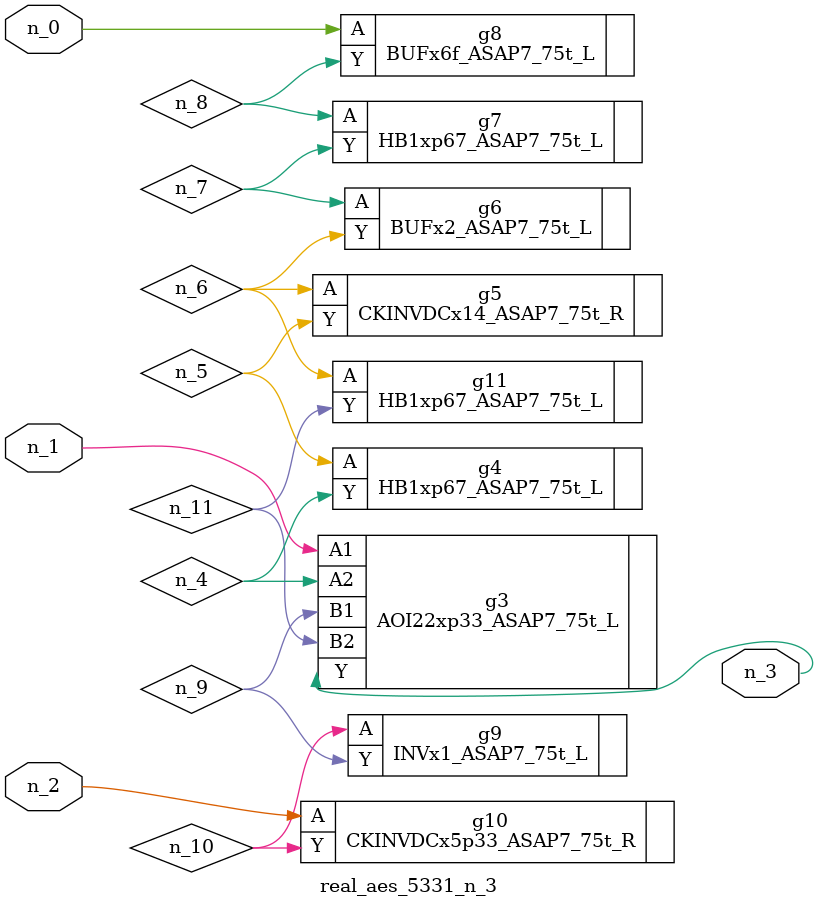
<source format=v>
module real_aes_5331_n_3 (n_0, n_2, n_1, n_3);
input n_0;
input n_2;
input n_1;
output n_3;
wire n_4;
wire n_5;
wire n_7;
wire n_9;
wire n_6;
wire n_8;
wire n_10;
wire n_11;
BUFx6f_ASAP7_75t_L g8 ( .A(n_0), .Y(n_8) );
AOI22xp33_ASAP7_75t_L g3 ( .A1(n_1), .A2(n_4), .B1(n_9), .B2(n_11), .Y(n_3) );
CKINVDCx5p33_ASAP7_75t_R g10 ( .A(n_2), .Y(n_10) );
HB1xp67_ASAP7_75t_L g4 ( .A(n_5), .Y(n_4) );
CKINVDCx14_ASAP7_75t_R g5 ( .A(n_6), .Y(n_5) );
HB1xp67_ASAP7_75t_L g11 ( .A(n_6), .Y(n_11) );
BUFx2_ASAP7_75t_L g6 ( .A(n_7), .Y(n_6) );
HB1xp67_ASAP7_75t_L g7 ( .A(n_8), .Y(n_7) );
INVx1_ASAP7_75t_L g9 ( .A(n_10), .Y(n_9) );
endmodule
</source>
